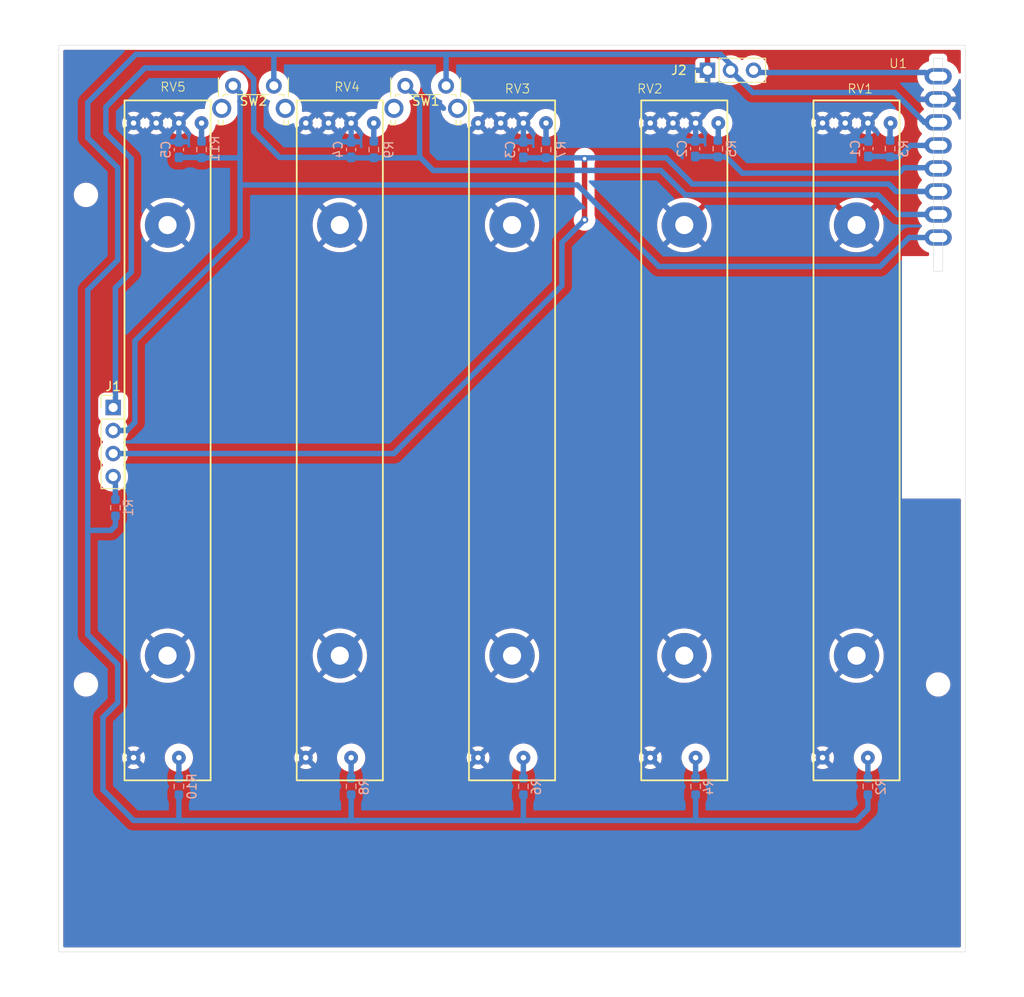
<source format=kicad_pcb>
(kicad_pcb (version 20240108) (generator "pcbnew") (generator_version "8.0")
  (layers (0 "F.Cu" signal) (31 "B.Cu" signal) (34 "B.Paste" user) (35 "F.Paste" user) (36 "B.SilkS" user "B.Silkscreen") (37 "F.SilkS" user "F.Silkscreen") (38 "B.Mask" user) (39 "F.Mask" user) (44 "Edge.Cuts" user))
  (net 0 "")
  (net 1 "/POT_3")
  (net 2 "/POT_2")
  (net 3 "Net-(J1-Pin_4)")
  (net 4 "/POT_1")
  (net 5 "+3.3V")
  (net 6 "+5V")
  (net 7 "GND")
  (net 8 "/POT_4")
  (net 9 "/POT_5")
  (net 10 "Net-(R2-Pad2)")
  (net 11 "Net-(R3-Pad1)")
  (net 12 "Net-(R4-Pad2)")
  (net 13 "Net-(R5-Pad1)")
  (net 14 "Net-(R6-Pad2)")
  (net 15 "Net-(R7-Pad1)")
  (net 16 "Net-(R8-Pad2)")
  (net 17 "Net-(R9-Pad1)")
  (net 18 "Net-(R10-Pad2)")
  (net 19 "Net-(R11-Pad1)")
  (footprint "MountingHole:MountingHole_2.2mm_M2" (layer "F.Cu") (at 53 66.5)
    (property "Reference" "REF**" (hide yes))
    (property "Value" "MountingHole_2.2mm_M2")
    (pad "" np_thru_hole circle (at 0 0) (size 2.2 2.2) (drill 2.2) (layers "*.Cu" "*.Mask"))
  )
  (footprint "Lib:ESP32-C3_SuperMini_TOP" (layer "F.Cu") (at 147 53.42 -90)
    (property "Reference" "U1" (at -1.42 4.4 0) (layer "F.SilkS") (effects (font (thickness 0.1))))
    (property "Value" "~")
    (fp_rect (start -2 -0.5) (end 21.5 0.5) (stroke (width 0.05)) (fill none) (layer "Edge.Cuts"))
    (pad "1" thru_hole oval (at 0 0 270) (size 1.8 3) (drill oval 1 2) (layers "*.Cu" "*.Mask") (net 6 "+5V"))
    (pad "2" thru_hole oval (at 2.54 0 270) (size 1.8 3) (drill oval 1 2) (layers "*.Cu" "*.Mask") (net 7 "GND"))
    (pad "3" thru_hole oval (at 5.08 0 270) (size 1.8 3) (drill oval 1 2) (layers "*.Cu" "*.Mask") (net 5 "+3.3V"))
    (pad "4" thru_hole oval (at 7.62 0 270) (size 1.8 3) (drill oval 1 2) (layers "*.Cu" "*.Mask") (net 4 "/POT_1"))
    (pad "5" thru_hole oval (at 10.16 0 270) (size 1.8 3) (drill oval 1 2) (layers "*.Cu" "*.Mask") (net 2 "/POT_2"))
    (pad "6" thru_hole oval (at 12.7 0 270) (size 1.8 3) (drill oval 1 2) (layers "*.Cu" "*.Mask") (net 1 "/POT_3"))
    (pad "7" thru_hole oval (at 15.24 0 270) (size 1.8 3) (drill oval 1 2) (layers "*.Cu" "*.Mask") (net 8 "/POT_4"))
    (pad "8" thru_hole oval (at 17.78 0 270) (size 1.8 3) (drill oval 1 2) (layers "*.Cu" "*.Mask") (net 9 "/POT_5"))
  )
  (footprint "Button_Switch_THT:SW_Tactile_SPST_Angled_PTS645Vx83-2LFS" (layer "F.Cu") (at 69.225 54.4625)
    (property "Reference" "SW2" (at 2.25 1.68 0) (layer "F.SilkS"))
    (property "Value" "SW_Push")
    (fp_line (start -1.61 -0.9) (end -1.61 1.2) (stroke (width 0.12)) (layer "F.SilkS"))
    (fp_line (start -1.61 3.8) (end -1.61 4.31) (stroke (width 0.12)) (layer "F.SilkS"))
    (fp_line (start -1.61 4.31) (end -1.09 4.31) (stroke (width 0.12)) (layer "F.SilkS"))
    (fp_line (start -1.09 0.97) (end -1.09 1.2) (stroke (width 0.12)) (layer "F.SilkS"))
    (fp_line (start -1.09 0.97) (end -0.55 0.97) (stroke (width 0.12)) (layer "F.SilkS"))
    (fp_line (start -1.09 3.8) (end -1.09 4.31) (stroke (width 0.12)) (layer "F.SilkS"))
    (fp_line (start 0.55 0.97) (end 3.95 0.97) (stroke (width 0.12)) (layer "F.SilkS"))
    (fp_line (start 5.05 0.97) (end 5.59 0.97) (stroke (width 0.12)) (layer "F.SilkS"))
    (fp_line (start 5.59 0.97) (end 5.59 1.2) (stroke (width 0.12)) (layer "F.SilkS"))
    (fp_line (start 5.59 3.8) (end 5.59 4.31) (stroke (width 0.12)) (layer "F.SilkS"))
    (fp_line (start 5.59 4.31) (end 6.11 4.31) (stroke (width 0.12)) (layer "F.SilkS"))
    (fp_line (start 6.11 -0.9) (end 6.11 1.2) (stroke (width 0.12)) (layer "F.SilkS"))
    (fp_line (start 6.11 3.8) (end 6.11 4.31) (stroke (width 0.12)) (layer "F.SilkS"))
    (pad "" thru_hole circle (at -1.25 2.49) (size 2.1 2.1) (drill 1.3) (layers "*.Cu" "*.Mask"))
    (pad "" thru_hole circle (at 5.76 2.49) (size 2.1 2.1) (drill 1.3) (layers "*.Cu" "*.Mask"))
    (pad "1" thru_hole circle (at 0 0) (size 1.75 1.75) (drill 0.99) (layers "*.Cu" "*.Mask") (net 9 "/POT_5"))
    (pad "2" thru_hole circle (at 4.5 0) (size 1.75 1.75) (drill 0.99) (layers "*.Cu" "*.Mask") (net 5 "+3.3V"))
  )
  (footprint "Button_Switch_THT:SW_Tactile_SPST_Angled_PTS645Vx83-2LFS" (layer "F.Cu") (at 88.225 54.4625)
    (property "Reference" "SW1" (at 2.25 1.68 0) (layer "F.SilkS"))
    (property "Value" "SW_Push")
    (fp_line (start -1.61 -0.9) (end -1.61 1.2) (stroke (width 0.12)) (layer "F.SilkS"))
    (fp_line (start -1.61 3.8) (end -1.61 4.31) (stroke (width 0.12)) (layer "F.SilkS"))
    (fp_line (start -1.61 4.31) (end -1.09 4.31) (stroke (width 0.12)) (layer "F.SilkS"))
    (fp_line (start -1.09 0.97) (end -1.09 1.2) (stroke (width 0.12)) (layer "F.SilkS"))
    (fp_line (start -1.09 0.97) (end -0.55 0.97) (stroke (width 0.12)) (layer "F.SilkS"))
    (fp_line (start -1.09 3.8) (end -1.09 4.31) (stroke (width 0.12)) (layer "F.SilkS"))
    (fp_line (start 0.55 0.97) (end 3.95 0.97) (stroke (width 0.12)) (layer "F.SilkS"))
    (fp_line (start 5.05 0.97) (end 5.59 0.97) (stroke (width 0.12)) (layer "F.SilkS"))
    (fp_line (start 5.59 0.97) (end 5.59 1.2) (stroke (width 0.12)) (layer "F.SilkS"))
    (fp_line (start 5.59 3.8) (end 5.59 4.31) (stroke (width 0.12)) (layer "F.SilkS"))
    (fp_line (start 5.59 4.31) (end 6.11 4.31) (stroke (width 0.12)) (layer "F.SilkS"))
    (fp_line (start 6.11 -0.9) (end 6.11 1.2) (stroke (width 0.12)) (layer "F.SilkS"))
    (fp_line (start 6.11 3.8) (end 6.11 4.31) (stroke (width 0.12)) (layer "F.SilkS"))
    (pad "" thru_hole circle (at -1.25 2.49) (size 2.1 2.1) (drill 1.3) (layers "*.Cu" "*.Mask"))
    (pad "" thru_hole circle (at 5.76 2.49) (size 2.1 2.1) (drill 1.3) (layers "*.Cu" "*.Mask"))
    (pad "1" thru_hole circle (at 0 0) (size 1.75 1.75) (drill 0.99) (layers "*.Cu" "*.Mask") (net 8 "/POT_4"))
    (pad "2" thru_hole circle (at 4.5 0) (size 1.75 1.75) (drill 0.99) (layers "*.Cu" "*.Mask") (net 5 "+3.3V"))
  )
  (footprint "Connector_PinHeader_2.54mm:PinHeader_1x04_P2.54mm_Vertical" (layer "F.Cu") (at 56 89.95)
    (property "Reference" "J1" (at 0 -2.33 0) (layer "F.SilkS"))
    (property "Value" "Conn_01x04_Socket")
    (fp_line (start -1.33 -1.33) (end 0 -1.33) (stroke (width 0.12)) (layer "F.SilkS"))
    (fp_line (start -1.33 0) (end -1.33 -1.33) (stroke (width 0.12)) (layer "F.SilkS"))
    (fp_line (start -1.33 1.27) (end -1.33 8.95) (stroke (width 0.12)) (layer "F.SilkS"))
    (fp_line (start -1.33 1.27) (end 1.33 1.27) (stroke (width 0.12)) (layer "F.SilkS"))
    (fp_line (start -1.33 8.95) (end 1.33 8.95) (stroke (width 0.12)) (layer "F.SilkS"))
    (fp_line (start 1.33 1.27) (end 1.33 8.95) (stroke (width 0.12)) (layer "F.SilkS"))
    (pad "1" thru_hole rect (at 0 0) (size 1.7 1.7) (drill 1) (layers "*.Cu" "*.Mask") (net 8 "/POT_4"))
    (pad "2" thru_hole oval (at 0 2.54) (size 1.7 1.7) (drill 1) (layers "*.Cu" "*.Mask") (net 9 "/POT_5"))
    (pad "3" thru_hole oval (at 0 5.08) (size 1.7 1.7) (drill 1) (layers "*.Cu" "*.Mask") (net 1 "/POT_3"))
    (pad "4" thru_hole oval (at 0 7.62) (size 1.7 1.7) (drill 1) (layers "*.Cu" "*.Mask") (net 3 "Net-(J1-Pin_4)"))
  )
  (footprint "Lib:potentiometer_slider_75mm" (layer "F.Cu") (at 65.75 56.075 180)
    (property "Reference" "RV5" (at 3.15 1.475 0) (layer "F.SilkS") (effects (font (thickness 0.1))))
    (property "Value" "R_Potentiometer_Dual_MountingPin")
    (fp_rect (start -1 -75) (end 8.5 0) (stroke (width 0.2)) (fill none) (layer "F.SilkS"))
    (pad "1" thru_hole circle (at 2.5 -2.5 180) (size 1.524 1.524) (drill 0.6) (layers "*.Cu" "*.Mask") (net 7 "GND"))
    (pad "2" thru_hole circle (at 0 -2.5 180) (size 1.524 1.524) (drill 0.6) (layers "*.Cu" "*.Mask") (net 19 "Net-(R11-Pad1)"))
    (pad "3" thru_hole circle (at 2.5 -72.5 180) (size 1.524 1.524) (drill 0.6) (layers "*.Cu" "*.Mask") (net 18 "Net-(R10-Pad2)"))
    (pad "4" thru_hole circle (at 7.5 -2.5 180) (size 1.524 1.524) (drill 0.6) (layers "*.Cu" "*.Mask") (net 7 "GND"))
    (pad "5" thru_hole circle (at 5 -2.5 180) (size 1.524 1.524) (drill 0.6) (layers "*.Cu" "*.Mask") (net 7 "GND"))
    (pad "6" thru_hole circle (at 7.5 -72.5 180) (size 1.524 1.524) (drill 0.6) (layers "*.Cu" "*.Mask") (net 7 "GND"))
    (pad "MP" thru_hole circle (at 3.75 -61.25 180) (size 5 5) (drill 2) (layers "*.Cu" "*.Mask") (net 7 "GND"))
    (pad "MP" thru_hole circle (at 3.75 -13.75 180) (size 5 5) (drill 2) (layers "*.Cu" "*.Mask") (net 7 "GND"))
  )
  (footprint "Lib:potentiometer_slider_75mm" (layer "F.Cu") (at 84.75 56.075 180)
    (property "Reference" "RV4" (at 2.95 1.475 0) (layer "F.SilkS") (effects (font (thickness 0.1))))
    (property "Value" "R_Potentiometer_Dual_MountingPin")
    (fp_rect (start -1 -75) (end 8.5 0) (stroke (width 0.2)) (fill none) (layer "F.SilkS"))
    (pad "1" thru_hole circle (at 2.5 -2.5 180) (size 1.524 1.524) (drill 0.6) (layers "*.Cu" "*.Mask") (net 7 "GND"))
    (pad "2" thru_hole circle (at 0 -2.5 180) (size 1.524 1.524) (drill 0.6) (layers "*.Cu" "*.Mask") (net 17 "Net-(R9-Pad1)"))
    (pad "3" thru_hole circle (at 2.5 -72.5 180) (size 1.524 1.524) (drill 0.6) (layers "*.Cu" "*.Mask") (net 16 "Net-(R8-Pad2)"))
    (pad "4" thru_hole circle (at 7.5 -2.5 180) (size 1.524 1.524) (drill 0.6) (layers "*.Cu" "*.Mask") (net 7 "GND"))
    (pad "5" thru_hole circle (at 5 -2.5 180) (size 1.524 1.524) (drill 0.6) (layers "*.Cu" "*.Mask") (net 7 "GND"))
    (pad "6" thru_hole circle (at 7.5 -72.5 180) (size 1.524 1.524) (drill 0.6) (layers "*.Cu" "*.Mask") (net 7 "GND"))
    (pad "MP" thru_hole circle (at 3.75 -61.25 180) (size 5 5) (drill 2) (layers "*.Cu" "*.Mask") (net 7 "GND"))
    (pad "MP" thru_hole circle (at 3.75 -13.75 180) (size 5 5) (drill 2) (layers "*.Cu" "*.Mask") (net 7 "GND"))
  )
  (footprint "Lib:potentiometer_slider_75mm" (layer "F.Cu") (at 103.75 56.075 180)
    (property "Reference" "RV3" (at 3.15 1.275 0) (layer "F.SilkS") (effects (font (thickness 0.1))))
    (property "Value" "R_Potentiometer_Dual_MountingPin")
    (fp_rect (start -1 -75) (end 8.5 0) (stroke (width 0.2)) (fill none) (layer "F.SilkS"))
    (pad "1" thru_hole circle (at 2.5 -2.5 180) (size 1.524 1.524) (drill 0.6) (layers "*.Cu" "*.Mask") (net 7 "GND"))
    (pad "2" thru_hole circle (at 0 -2.5 180) (size 1.524 1.524) (drill 0.6) (layers "*.Cu" "*.Mask") (net 15 "Net-(R7-Pad1)"))
    (pad "3" thru_hole circle (at 2.5 -72.5 180) (size 1.524 1.524) (drill 0.6) (layers "*.Cu" "*.Mask") (net 14 "Net-(R6-Pad2)"))
    (pad "4" thru_hole circle (at 7.5 -2.5 180) (size 1.524 1.524) (drill 0.6) (layers "*.Cu" "*.Mask") (net 7 "GND"))
    (pad "5" thru_hole circle (at 5 -2.5 180) (size 1.524 1.524) (drill 0.6) (layers "*.Cu" "*.Mask") (net 7 "GND"))
    (pad "6" thru_hole circle (at 7.5 -72.5 180) (size 1.524 1.524) (drill 0.6) (layers "*.Cu" "*.Mask") (net 7 "GND"))
    (pad "MP" thru_hole circle (at 3.75 -61.25 180) (size 5 5) (drill 2) (layers "*.Cu" "*.Mask") (net 7 "GND"))
    (pad "MP" thru_hole circle (at 3.75 -13.75 180) (size 5 5) (drill 2) (layers "*.Cu" "*.Mask") (net 7 "GND"))
  )
  (footprint "Lib:potentiometer_slider_75mm" (layer "F.Cu") (at 141.75 56.075 180)
    (property "Reference" "RV1" (at 3.35 1.275 0) (layer "F.SilkS") (effects (font (thickness 0.1))))
    (property "Value" "R_Potentiometer_Dual_MountingPin")
    (fp_rect (start -1 -75) (end 8.5 0) (stroke (width 0.2)) (fill none) (layer "F.SilkS"))
    (pad "1" thru_hole circle (at 2.5 -2.5 180) (size 1.524 1.524) (drill 0.6) (layers "*.Cu" "*.Mask") (net 7 "GND"))
    (pad "2" thru_hole circle (at 0 -2.5 180) (size 1.524 1.524) (drill 0.6) (layers "*.Cu" "*.Mask") (net 11 "Net-(R3-Pad1)"))
    (pad "3" thru_hole circle (at 2.5 -72.5 180) (size 1.524 1.524) (drill 0.6) (layers "*.Cu" "*.Mask") (net 10 "Net-(R2-Pad2)"))
    (pad "4" thru_hole circle (at 7.5 -2.5 180) (size 1.524 1.524) (drill 0.6) (layers "*.Cu" "*.Mask") (net 7 "GND"))
    (pad "5" thru_hole circle (at 5 -2.5 180) (size 1.524 1.524) (drill 0.6) (layers "*.Cu" "*.Mask") (net 7 "GND"))
    (pad "6" thru_hole circle (at 7.5 -72.5 180) (size 1.524 1.524) (drill 0.6) (layers "*.Cu" "*.Mask") (net 7 "GND"))
    (pad "MP" thru_hole circle (at 3.75 -61.25 180) (size 5 5) (drill 2) (layers "*.Cu" "*.Mask") (net 7 "GND"))
    (pad "MP" thru_hole circle (at 3.75 -13.75 180) (size 5 5) (drill 2) (layers "*.Cu" "*.Mask") (net 7 "GND"))
  )
  (footprint "Connector_PinHeader_2.54mm:PinHeader_1x03_P2.54mm_Vertical" (layer "F.Cu") (at 121.56 52.75 90)
    (property "Reference" "J2" (at 0 -3.16 180) (layer "F.SilkS"))
    (property "Value" "Conn_01x03_Socket")
    (fp_line (start -1.33 -1.33) (end 0 -1.33) (stroke (width 0.12)) (layer "F.SilkS"))
    (fp_line (start -1.33 0) (end -1.33 -1.33) (stroke (width 0.12)) (layer "F.SilkS"))
    (fp_line (start 1.33 1.27) (end 1.33 6.41) (stroke (width 0.12)) (layer "F.SilkS"))
    (fp_line (start -1.33 1.27) (end 1.33 1.27) (stroke (width 0.12)) (layer "F.SilkS"))
    (fp_line (start -1.33 1.27) (end -1.33 6.41) (stroke (width 0.12)) (layer "F.SilkS"))
    (fp_line (start -1.33 6.41) (end 1.33 6.41) (stroke (width 0.12)) (layer "F.SilkS"))
    (pad "1" thru_hole rect (at 0 0 90) (size 1.7 1.7) (drill 1) (layers "*.Cu" "*.Mask") (net 7 "GND"))
    (pad "2" thru_hole oval (at 0 2.54 90) (size 1.7 1.7) (drill 1) (layers "*.Cu" "*.Mask") (net 5 "+3.3V"))
    (pad "3" thru_hole oval (at 0 5.08 90) (size 1.7 1.7) (drill 1) (layers "*.Cu" "*.Mask") (net 6 "+5V"))
  )
  (footprint "Lib:potentiometer_slider_75mm" (layer "F.Cu") (at 122.75 56.075 180)
    (property "Reference" "RV2" (at 7.55 1.275 0) (layer "F.SilkS") (effects (font (thickness 0.1))))
    (property "Value" "R_Potentiometer_Dual_MountingPin")
    (fp_rect (start -1 -75) (end 8.5 0) (stroke (width 0.2)) (fill none) (layer "F.SilkS"))
    (pad "1" thru_hole circle (at 2.5 -2.5 180) (size 1.524 1.524) (drill 0.6) (layers "*.Cu" "*.Mask") (net 7 "GND"))
    (pad "2" thru_hole circle (at 0 -2.5 180) (size 1.524 1.524) (drill 0.6) (layers "*.Cu" "*.Mask") (net 13 "Net-(R5-Pad1)"))
    (pad "3" thru_hole circle (at 2.5 -72.5 180) (size 1.524 1.524) (drill 0.6) (layers "*.Cu" "*.Mask") (net 12 "Net-(R4-Pad2)"))
    (pad "4" thru_hole circle (at 7.5 -2.5 180) (size 1.524 1.524) (drill 0.6) (layers "*.Cu" "*.Mask") (net 7 "GND"))
    (pad "5" thru_hole circle (at 5 -2.5 180) (size 1.524 1.524) (drill 0.6) (layers "*.Cu" "*.Mask") (net 7 "GND"))
    (pad "6" thru_hole circle (at 7.5 -72.5 180) (size 1.524 1.524) (drill 0.6) (layers "*.Cu" "*.Mask") (net 7 "GND"))
    (pad "MP" thru_hole circle (at 3.75 -61.25 180) (size 5 5) (drill 2) (layers "*.Cu" "*.Mask") (net 7 "GND"))
    (pad "MP" thru_hole circle (at 3.75 -13.75 180) (size 5 5) (drill 2) (layers "*.Cu" "*.Mask") (net 7 "GND"))
  )
  (footprint "MountingHole:MountingHole_2.2mm_M2" (layer "F.Cu") (at 147 120.5)
    (property "Reference" "REF**" (hide yes))
    (property "Value" "MountingHole_2.2mm_M2")
    (pad "" np_thru_hole circle (at 0 0) (size 2.2 2.2) (drill 2.2) (layers "*.Cu" "*.Mask"))
  )
  (footprint "MountingHole:MountingHole_2.2mm_M2" (layer "F.Cu") (at 53 120.5)
    (property "Reference" "REF**" (hide yes))
    (property "Value" "MountingHole_2.2mm_M2")
    (pad "" np_thru_hole circle (at 0 0) (size 2.2 2.2) (drill 2.2) (layers "*.Cu" "*.Mask"))
  )
  (footprint "Resistor_SMD:R_0603_1608Metric_Pad0.98x0.95mm_HandSolder" (layer "B.Cu") (at 139.25 131.75 90)
    (property "Reference" "R2" (at 0 1.43 -90) (layer "B.SilkS") (effects (justify mirror)))
    (property "Value" "10k")
    (fp_line (start 0.254724 -0.5225) (end -0.254724 -0.5225) (stroke (width 0.12)) (layer "B.SilkS"))
    (fp_line (start 0.254724 0.5225) (end -0.254724 0.5225) (stroke (width 0.12)) (layer "B.SilkS"))
    (pad "1" smd roundrect (at -0.9125 0 90) (size 0.975 0.95) (layers "B.Cu" "B.Paste" "B.Mask") (net 5 "+3.3V"))
    (pad "2" smd roundrect (at 0.9125 0 90) (size 0.975 0.95) (layers "B.Cu" "B.Paste" "B.Mask") (net 10 "Net-(R2-Pad2)"))
  )
  (footprint "Capacitor_SMD:C_0603_1608Metric_Pad1.08x0.95mm_HandSolder" (layer "B.Cu") (at 101.25 61.5 -90)
    (property "Reference" "C3" (at 0 1.43 90) (layer "B.SilkS") (effects (justify mirror)))
    (property "Value" "2.2u")
    (fp_line (start 0.146267 0.51) (end -0.146267 0.51) (stroke (width 0.12)) (layer "B.SilkS"))
    (fp_line (start 0.146267 -0.51) (end -0.146267 -0.51) (stroke (width 0.12)) (layer "B.SilkS"))
    (pad "1" smd roundrect (at -0.8625 0 270) (size 1.075 0.95) (layers "B.Cu" "B.Paste" "B.Mask") (net 7 "GND"))
    (pad "2" smd roundrect (at 0.8625 0 270) (size 1.075 0.95) (layers "B.Cu" "B.Paste" "B.Mask") (net 1 "/POT_3"))
  )
  (footprint "Resistor_SMD:R_0603_1608Metric_Pad0.98x0.95mm_HandSolder" (layer "B.Cu") (at 65.75 61.5 -90)
    (property "Reference" "R11" (at -0.1 -1.45 90) (layer "B.SilkS") (effects (justify mirror)))
    (property "Value" "10k")
    (fp_line (start 0.254724 0.5225) (end -0.254724 0.5225) (stroke (width 0.12)) (layer "B.SilkS"))
    (fp_line (start 0.254724 -0.5225) (end -0.254724 -0.5225) (stroke (width 0.12)) (layer "B.SilkS"))
    (pad "1" smd roundrect (at -0.9125 0 270) (size 0.975 0.95) (layers "B.Cu" "B.Paste" "B.Mask") (net 19 "Net-(R11-Pad1)"))
    (pad "2" smd roundrect (at 0.9125 0 270) (size 0.975 0.95) (layers "B.Cu" "B.Paste" "B.Mask") (net 9 "/POT_5"))
  )
  (footprint "Capacitor_SMD:C_0603_1608Metric_Pad1.08x0.95mm_HandSolder" (layer "B.Cu") (at 120.2 61.4 -90)
    (property "Reference" "C2" (at 0 1.43 90) (layer "B.SilkS") (effects (justify mirror)))
    (property "Value" "2.2u")
    (fp_line (start 0.146267 0.51) (end -0.146267 0.51) (stroke (width 0.12)) (layer "B.SilkS"))
    (fp_line (start 0.146267 -0.51) (end -0.146267 -0.51) (stroke (width 0.12)) (layer "B.SilkS"))
    (pad "1" smd roundrect (at -0.8625 0 270) (size 1.075 0.95) (layers "B.Cu" "B.Paste" "B.Mask") (net 7 "GND"))
    (pad "2" smd roundrect (at 0.8625 0 270) (size 1.075 0.95) (layers "B.Cu" "B.Paste" "B.Mask") (net 2 "/POT_2"))
  )
  (footprint "Capacitor_SMD:C_0603_1608Metric_Pad1.08x0.95mm_HandSolder" (layer "B.Cu") (at 63.25 61.5 -90)
    (property "Reference" "C5" (at 0 1.43 90) (layer "B.SilkS") (effects (justify mirror)))
    (property "Value" "2.2u")
    (fp_line (start 0.146267 0.51) (end -0.146267 0.51) (stroke (width 0.12)) (layer "B.SilkS"))
    (fp_line (start 0.146267 -0.51) (end -0.146267 -0.51) (stroke (width 0.12)) (layer "B.SilkS"))
    (pad "1" smd roundrect (at -0.8625 0 270) (size 1.075 0.95) (layers "B.Cu" "B.Paste" "B.Mask") (net 7 "GND"))
    (pad "2" smd roundrect (at 0.8625 0 270) (size 1.075 0.95) (layers "B.Cu" "B.Paste" "B.Mask") (net 9 "/POT_5"))
  )
  (footprint "Resistor_SMD:R_0603_1608Metric_Pad0.98x0.95mm_HandSolder" (layer "B.Cu") (at 56.25 101 90)
    (property "Reference" "R1" (at 0 1.43 -90) (layer "B.SilkS") (effects (justify mirror)))
    (property "Value" "1k")
    (fp_line (start 0.254724 -0.5225) (end -0.254724 -0.5225) (stroke (width 0.12)) (layer "B.SilkS"))
    (fp_line (start 0.254724 0.5225) (end -0.254724 0.5225) (stroke (width 0.12)) (layer "B.SilkS"))
    (pad "1" smd roundrect (at -0.9125 0 90) (size 0.975 0.95) (layers "B.Cu" "B.Paste" "B.Mask") (net 5 "+3.3V"))
    (pad "2" smd roundrect (at 0.9125 0 90) (size 0.975 0.95) (layers "B.Cu" "B.Paste" "B.Mask") (net 3 "Net-(J1-Pin_4)"))
  )
  (footprint "Resistor_SMD:R_0603_1608Metric_Pad0.98x0.95mm_HandSolder" (layer "B.Cu") (at 82.25 131.75 90)
    (property "Reference" "R8" (at 0 1.43 -90) (layer "B.SilkS") (effects (justify mirror)))
    (property "Value" "10k")
    (fp_line (start 0.254724 -0.5225) (end -0.254724 -0.5225) (stroke (width 0.12)) (layer "B.SilkS"))
    (fp_line (start 0.254724 0.5225) (end -0.254724 0.5225) (stroke (width 0.12)) (layer "B.SilkS"))
    (pad "1" smd roundrect (at -0.9125 0 90) (size 0.975 0.95) (layers "B.Cu" "B.Paste" "B.Mask") (net 5 "+3.3V"))
    (pad "2" smd roundrect (at 0.9125 0 90) (size 0.975 0.95) (layers "B.Cu" "B.Paste" "B.Mask") (net 16 "Net-(R8-Pad2)"))
  )
  (footprint "Resistor_SMD:R_0603_1608Metric_Pad0.98x0.95mm_HandSolder" (layer "B.Cu") (at 141.7 61.4 -90)
    (property "Reference" "R3" (at 0 -1.5 90) (layer "B.SilkS") (effects (justify mirror)))
    (property "Value" "10k")
    (fp_line (start 0.254724 0.5225) (end -0.254724 0.5225) (stroke (width 0.12)) (layer "B.SilkS"))
    (fp_line (start 0.254724 -0.5225) (end -0.254724 -0.5225) (stroke (width 0.12)) (layer "B.SilkS"))
    (pad "1" smd roundrect (at -0.9125 0 270) (size 0.975 0.95) (layers "B.Cu" "B.Paste" "B.Mask") (net 11 "Net-(R3-Pad1)"))
    (pad "2" smd roundrect (at 0.9125 0 270) (size 0.975 0.95) (layers "B.Cu" "B.Paste" "B.Mask") (net 4 "/POT_1"))
  )
  (footprint "Resistor_SMD:R_0603_1608Metric_Pad0.98x0.95mm_HandSolder" (layer "B.Cu") (at 120.25 131.75 90)
    (property "Reference" "R4" (at 0 1.43 -90) (layer "B.SilkS") (effects (justify mirror)))
    (property "Value" "10k")
    (fp_line (start 0.254724 -0.5225) (end -0.254724 -0.5225) (stroke (width 0.12)) (layer "B.SilkS"))
    (fp_line (start 0.254724 0.5225) (end -0.254724 0.5225) (stroke (width 0.12)) (layer "B.SilkS"))
    (pad "1" smd roundrect (at -0.9125 0 90) (size 0.975 0.95) (layers "B.Cu" "B.Paste" "B.Mask") (net 5 "+3.3V"))
    (pad "2" smd roundrect (at 0.9125 0 90) (size 0.975 0.95) (layers "B.Cu" "B.Paste" "B.Mask") (net 12 "Net-(R4-Pad2)"))
  )
  (footprint "Capacitor_SMD:C_0603_1608Metric_Pad1.08x0.95mm_HandSolder" (layer "B.Cu") (at 82.25 61.5 -90)
    (property "Reference" "C4" (at 0 1.43 90) (layer "B.SilkS") (effects (justify mirror)))
    (property "Value" "2.2u")
    (fp_line (start 0.146267 0.51) (end -0.146267 0.51) (stroke (width 0.12)) (layer "B.SilkS"))
    (fp_line (start 0.146267 -0.51) (end -0.146267 -0.51) (stroke (width 0.12)) (layer "B.SilkS"))
    (pad "1" smd roundrect (at -0.8625 0 270) (size 1.075 0.95) (layers "B.Cu" "B.Paste" "B.Mask") (net 7 "GND"))
    (pad "2" smd roundrect (at 0.8625 0 270) (size 1.075 0.95) (layers "B.Cu" "B.Paste" "B.Mask") (net 8 "/POT_4"))
  )
  (footprint "Resistor_SMD:R_0603_1608Metric_Pad0.98x0.95mm_HandSolder" (layer "B.Cu") (at 84.75 61.5 -90)
    (property "Reference" "R9" (at 0 -1.65 90) (layer "B.SilkS") (effects (justify mirror)))
    (property "Value" "10k")
    (fp_line (start 0.254724 0.5225) (end -0.254724 0.5225) (stroke (width 0.12)) (layer "B.SilkS"))
    (fp_line (start 0.254724 -0.5225) (end -0.254724 -0.5225) (stroke (width 0.12)) (layer "B.SilkS"))
    (pad "1" smd roundrect (at -0.9125 0 270) (size 0.975 0.95) (layers "B.Cu" "B.Paste" "B.Mask") (net 17 "Net-(R9-Pad1)"))
    (pad "2" smd roundrect (at 0.9125 0 270) (size 0.975 0.95) (layers "B.Cu" "B.Paste" "B.Mask") (net 8 "/POT_4"))
  )
  (footprint "Resistor_SMD:R_0603_1608Metric_Pad0.98x0.95mm_HandSolder" (layer "B.Cu") (at 122.7 61.4 -90)
    (property "Reference" "R5" (at 0 -1.5 90) (layer "B.SilkS") (effects (justify mirror)))
    (property "Value" "10k")
    (fp_line (start 0.254724 0.5225) (end -0.254724 0.5225) (stroke (width 0.12)) (layer "B.SilkS"))
    (fp_line (start 0.254724 -0.5225) (end -0.254724 -0.5225) (stroke (width 0.12)) (layer "B.SilkS"))
    (pad "1" smd roundrect (at -0.9125 0 270) (size 0.975 0.95) (layers "B.Cu" "B.Paste" "B.Mask") (net 13 "Net-(R5-Pad1)"))
    (pad "2" smd roundrect (at 0.9125 0 270) (size 0.975 0.95) (layers "B.Cu" "B.Paste" "B.Mask") (net 2 "/POT_2"))
  )
  (footprint "Resistor_SMD:R_0603_1608Metric_Pad0.98x0.95mm_HandSolder" (layer "B.Cu") (at 103.75 61.5 -90)
    (property "Reference" "R7" (at 0 -1.65 90) (layer "B.SilkS") (effects (justify mirror)))
    (property "Value" "10k")
    (fp_line (start 0.254724 0.5225) (end -0.254724 0.5225) (stroke (width 0.12)) (layer "B.SilkS"))
    (fp_line (start 0.254724 -0.5225) (end -0.254724 -0.5225) (stroke (width 0.12)) (layer "B.SilkS"))
    (pad "1" smd roundrect (at -0.9125 0 270) (size 0.975 0.95) (layers "B.Cu" "B.Paste" "B.Mask") (net 15 "Net-(R7-Pad1)"))
    (pad "2" smd roundrect (at 0.9125 0 270) (size 0.975 0.95) (layers "B.Cu" "B.Paste" "B.Mask") (net 1 "/POT_3"))
  )
  (footprint "Resistor_SMD:R_0603_1608Metric_Pad0.98x0.95mm_HandSolder" (layer "B.Cu") (at 101.25 131.75 90)
    (property "Reference" "R6" (at 0 1.43 -90) (layer "B.SilkS") (effects (justify mirror)))
    (property "Value" "10k")
    (fp_line (start 0.254724 -0.5225) (end -0.254724 -0.5225) (stroke (width 0.12)) (layer "B.SilkS"))
    (fp_line (start 0.254724 0.5225) (end -0.254724 0.5225) (stroke (width 0.12)) (layer "B.SilkS"))
    (pad "1" smd roundrect (at -0.9125 0 90) (size 0.975 0.95) (layers "B.Cu" "B.Paste" "B.Mask") (net 5 "+3.3V"))
    (pad "2" smd roundrect (at 0.9125 0 90) (size 0.975 0.95) (layers "B.Cu" "B.Paste" "B.Mask") (net 14 "Net-(R6-Pad2)"))
  )
  (footprint "Capacitor_SMD:C_0603_1608Metric_Pad1.08x0.95mm_HandSolder" (layer "B.Cu") (at 139.3 61.4 -90)
    (property "Reference" "C1" (at 0 1.43 90) (layer "B.SilkS") (effects (justify mirror)))
    (property "Value" "2.2u")
    (fp_line (start 0.146267 0.51) (end -0.146267 0.51) (stroke (width 0.12)) (layer "B.SilkS"))
    (fp_line (start 0.146267 -0.51) (end -0.146267 -0.51) (stroke (width 0.12)) (layer "B.SilkS"))
    (pad "1" smd roundrect (at -0.8625 0 270) (size 1.075 0.95) (layers "B.Cu" "B.Paste" "B.Mask") (net 7 "GND"))
    (pad "2" smd roundrect (at 0.8625 0 270) (size 1.075 0.95) (layers "B.Cu" "B.Paste" "B.Mask") (net 4 "/POT_1"))
  )
  (footprint "Resistor_SMD:R_0603_1608Metric_Pad0.98x0.95mm_HandSolder" (layer "B.Cu") (at 63.25 131.75 90)
    (property "Reference" "R10" (at 0 1.43 -90) (layer "B.SilkS") (effects (justify mirror)))
    (property "Value" "10k")
    (fp_line (start 0.254724 -0.5225) (end -0.254724 -0.5225) (stroke (width 0.12)) (layer "B.SilkS"))
    (fp_line (start 0.254724 0.5225) (end -0.254724 0.5225) (stroke (width 0.12)) (layer "B.SilkS"))
    (pad "1" smd roundrect (at -0.9125 0 90) (size 0.975 0.95) (layers "B.Cu" "B.Paste" "B.Mask") (net 5 "+3.3V"))
    (pad "2" smd roundrect (at 0.9125 0 90) (size 0.975 0.95) (layers "B.Cu" "B.Paste" "B.Mask") (net 18 "Net-(R10-Pad2)"))
  )
  (gr_rect (start 50 50) (end 150 150) (stroke (width 0.05)) (fill none) (layer "Edge.Cuts"))
  (segment (start 108 69.25) (end 108 62.5) (width 0.6) (layer "F.Cu") (net 1))
  (via blind (at 108 62.5) (size 0.8) (drill 0.4) (layers "F.Cu" "B.Cu") (net 1))
  (via (at 108 69.25) (size 0.8) (drill 0.4) (layers "F.Cu" "B.Cu") (net 1))
  (segment (start 142.37 66.12) (end 145.7 66.12) (width 0.6) (layer "B.Cu") (net 1))
  (segment (start 141.55 65.3) (end 142.37 66.12) (width 0.6) (layer "B.Cu") (net 1))
  (segment (start 116.7875 62.4125) (end 116.8 62.4) (width 0.6) (layer "B.Cu") (net 1))
  (segment (start 105.5 71.75) (end 108 69.25) (width 0.6) (layer "B.Cu") (net 1))
  (segment (start 86.97 95.03) (end 105.5 76.5) (width 0.6) (layer "B.Cu") (net 1))
  (segment (start 103.75 62.4125) (end 101.3 62.4125) (width 0.6) (layer "B.Cu") (net 1))
  (segment (start 119.9 65.3) (end 141.55 65.3) (width 0.6) (layer "B.Cu") (net 1))
  (segment (start 101.3 62.4125) (end 101.25 62.3625) (width 0.6) (layer "B.Cu") (net 1))
  (segment (start 117 62.4) (end 119.9 65.3) (width 0.6) (layer "B.Cu") (net 1))
  (segment (start 56.25 95.03) (end 86.97 95.03) (width 0.6) (layer "B.Cu") (net 1))
  (segment (start 116.8 62.4) (end 117 62.4) (width 0.6) (layer "B.Cu") (net 1))
  (segment (start 105.5 76.5) (end 105.5 71.75) (width 0.6) (layer "B.Cu") (net 1))
  (segment (start 103.75 62.4125) (end 116.7875 62.4125) (width 0.6) (layer "B.Cu") (net 1))
  (segment (start 143.25 63.5) (end 145.7 63.5) (width 0.6) (layer "B.Cu") (net 2))
  (segment (start 122.7 62.3125) (end 123.6125 62.3125) (width 0.6) (layer "B.Cu") (net 2))
  (segment (start 120.2 62.2625) (end 122.65 62.2625) (width 0.6) (layer "B.Cu") (net 2))
  (segment (start 125.4 64.1) (end 142.65 64.1) (width 0.6) (layer "B.Cu") (net 2))
  (segment (start 123.6125 62.3125) (end 125.4 64.1) (width 0.6) (layer "B.Cu") (net 2))
  (segment (start 145.7 63.5) (end 145.7 63.58) (width 0.6) (layer "B.Cu") (net 2))
  (segment (start 142.65 64.1) (end 143.25 63.5) (width 0.6) (layer "B.Cu") (net 2))
  (segment (start 122.65 62.2625) (end 122.7 62.3125) (width 0.6) (layer "B.Cu") (net 2))
  (segment (start 56.25 100.0875) (end 56.25 97.57) (width 0.6) (layer "B.Cu") (net 3))
  (segment (start 141.7 62.3125) (end 142.6875 62.3125) (width 0.6) (layer "B.Cu") (net 4))
  (segment (start 141.65 62.2625) (end 141.7 62.3125) (width 0.6) (layer "B.Cu") (net 4))
  (segment (start 143.96 61.04) (end 145.7 61.04) (width 0.6) (layer "B.Cu") (net 4))
  (segment (start 142.6875 62.3125) (end 143.96 61.04) (width 0.6) (layer "B.Cu") (net 4))
  (segment (start 139.3 62.2625) (end 141.65 62.2625) (width 0.6) (layer "B.Cu") (net 4))
  (segment (start 120.25 132.6625) (end 120.25 135.5) (width 0.6) (layer "B.Cu") (net 5))
  (segment (start 54.875 132.125) (end 58.25 135.5) (width 0.6) (layer "B.Cu") (net 5))
  (segment (start 56.25 101.9125) (end 56.25 103) (width 0.6) (layer "B.Cu") (net 5))
  (segment (start 58.5 51) (end 53.2 56.3) (width 0.6) (layer "B.Cu") (net 5))
  (segment (start 56.5 122.5) (end 54.875 124.125) (width 0.6) (layer "B.Cu") (net 5))
  (segment (start 56.5 118.3) (end 56.5 122.5) (width 0.6) (layer "B.Cu") (net 5))
  (segment (start 126.55 55.2) (end 142.2 55.2) (width 0.6) (layer "B.Cu") (net 5))
  (segment (start 53.2 77) (end 53.2 103.5) (width 0.6) (layer "B.Cu") (net 5))
  (segment (start 53.2 103.5) (end 53.2 115) (width 0.6) (layer "B.Cu") (net 5))
  (segment (start 53.2 115) (end 56.5 118.3) (width 0.6) (layer "B.Cu") (net 5))
  (segment (start 63.25 132.6625) (end 63.25 135.5) (width 0.6) (layer "B.Cu") (net 5))
  (segment (start 92.725 51) (end 92.725 54.4625) (width 0.6) (layer "B.Cu") (net 5))
  (segment (start 82.25 132.6625) (end 82.25 135.5) (width 0.6) (layer "B.Cu") (net 5))
  (segment (start 101.25 135.5) (end 120.25 135.5) (width 0.6) (layer "B.Cu") (net 5))
  (segment (start 54.875 124.125) (end 54.875 132.125) (width 0.6) (layer "B.Cu") (net 5))
  (segment (start 124.1 52.75) (end 124.1 52.1) (width 0.6) (layer "B.Cu") (net 5))
  (segment (start 73.8 51) (end 96.1875 51) (width 0.6) (layer "B.Cu") (net 5))
  (segment (start 55.75 103.5) (end 53.2 103.5) (width 0.6) (layer "B.Cu") (net 5))
  (segment (start 53.2 60.2) (end 56.5 63.5) (width 0.6) (layer "B.Cu") (net 5))
  (segment (start 53.2 56.3) (end 53.2 60.2) (width 0.6) (layer "B.Cu") (net 5))
  (segment (start 82.25 135.5) (end 101.25 135.5) (width 0.6) (layer "B.Cu") (net 5))
  (segment (start 142.2 55.2) (end 145.5 58.5) (width 0.6) (layer "B.Cu") (net 5))
  (segment (start 73.725 54.4625) (end 73.725 51.075) (width 0.6) (layer "B.Cu") (net 5))
  (segment (start 73.8 51) (end 58.5 51) (width 0.6) (layer "B.Cu") (net 5))
  (segment (start 120.25 135.5) (end 138 135.5) (width 0.6) (layer "B.Cu") (net 5))
  (segment (start 56.25 103) (end 55.75 103.5) (width 0.6) (layer "B.Cu") (net 5))
  (segment (start 124.1 52.1) (end 123 51) (width 0.6) (layer "B.Cu") (net 5))
  (segment (start 138 135.5) (end 139.25 134.25) (width 0.6) (layer "B.Cu") (net 5))
  (segment (start 139.25 134.25) (end 139.25 132.6625) (width 0.6) (layer "B.Cu") (net 5))
  (segment (start 63.25 135.5) (end 82.25 135.5) (width 0.6) (layer "B.Cu") (net 5))
  (segment (start 123 51) (end 96.1875 51) (width 0.6) (layer "B.Cu") (net 5))
  (segment (start 101.25 132.6625) (end 101.25 135.5) (width 0.6) (layer "B.Cu") (net 5))
  (segment (start 96.1875 51) (end 92.725 51) (width 0.6) (layer "B.Cu") (net 5))
  (segment (start 58.25 135.5) (end 63.25 135.5) (width 0.6) (layer "B.Cu") (net 5))
  (segment (start 56.5 63.5) (end 56.5 73.7) (width 0.6) (layer "B.Cu") (net 5))
  (segment (start 73.725 51.075) (end 73.8 51) (width 0.6) (layer "B.Cu") (net 5))
  (segment (start 56.5 73.7) (end 53.2 77) (width 0.6) (layer "B.Cu") (net 5))
  (segment (start 124.1 52.75) (end 126.55 55.2) (width 0.6) (layer "B.Cu") (net 5))
  (segment (start 145.5 58.5) (end 145.7 58.5) (width 0.6) (layer "B.Cu") (net 5))
  (segment (start 145.6 53) (end 145.7 53.1) (width 0.6) (layer "B.Cu") (net 6))
  (segment (start 126.64 52.3) (end 127.34 53) (width 0.6) (layer "B.Cu") (net 6))
  (segment (start 127.34 53) (end 145.6 53) (width 0.6) (layer "B.Cu") (net 6))
  (segment (start 120.25 60.4875) (end 120.2 60.5375) (width 0.6) (layer "B.Cu") (net 7))
  (segment (start 86.4 52.5) (end 83.8725 55.0275) (width 0.6) (layer "B.Cu") (net 7))
  (segment (start 90.4 54.923134) (end 90.4 53.6) (width 0.6) (layer "B.Cu") (net 7))
  (segment (start 89.3 52.5) (end 86.4 52.5) (width 0.6) (layer "B.Cu") (net 7))
  (segment (start 120.25 58.575) (end 120.25 60.4875) (width 0.6) (layer "B.Cu") (net 7))
  (segment (start 92.429366 56.9525) (end 90.4 54.923134) (width 0.6) (layer "B.Cu") (net 7))
  (segment (start 83.8725 55.0275) (end 83.8725 56.9525) (width 0.6) (layer "B.Cu") (net 7))
  (segment (start 101.25 58.575) (end 101.25 60.6375) (width 0.6) (layer "B.Cu") (net 7))
  (segment (start 139.3 58.625) (end 139.25 58.575) (width 0.6) (layer "B.Cu") (net 7))
  (segment (start 83.8725 56.9525) (end 82.25 58.575) (width 0.6) (layer "B.Cu") (net 7))
  (segment (start 64.8725 56.9525) (end 63.25 58.575) (width 0.6) (layer "B.Cu") (net 7))
  (segment (start 139.3 60.5375) (end 139.3 58.625) (width 0.6) (layer "B.Cu") (net 7))
  (segment (start 82.25 58.575) (end 82.25 60.6375) (width 0.6) (layer "B.Cu") (net 7))
  (segment (start 63.25 58.575) (end 63.25 60.6375) (width 0.6) (layer "B.Cu") (net 7))
  (segment (start 90.4 53.6) (end 89.3 52.5) (width 0.6) (layer "B.Cu") (net 7))
  (segment (start 55.2 59.7) (end 55.2 56.8) (width 0.6) (layer "B.Cu") (net 8))
  (segment (start 140.375 66.5) (end 142.535 68.66) (width 0.6) (layer "B.Cu") (net 8))
  (segment (start 56.25 89.95) (end 56.25 76.75) (width 0.6) (layer "B.Cu") (net 8))
  (segment (start 70.3 52.5) (end 71.5 53.7) (width 0.6) (layer "B.Cu") (net 8))
  (segment (start 84.75 62.4125) (end 89.9125 62.4125) (width 0.6) (layer "B.Cu") (net 8))
  (segment (start 142.535 68.66) (end 145.7 68.66) (width 0.6) (layer "B.Cu") (net 8))
  (segment (start 71.5 53.7) (end 71.5 59.5) (width 0.6) (layer "B.Cu") (net 8))
  (segment (start 59.5 52.5) (end 70.3 52.5) (width 0.6) (layer "B.Cu") (net 8))
  (segment (start 91.3 63.8) (end 116.4 63.8) (width 0.6) (layer "B.Cu") (net 8))
  (segment (start 82.3 62.4125) (end 82.25 62.3625) (width 0.6) (layer "B.Cu") (net 8))
  (segment (start 89.8 56.0375) (end 89.8 62.3125) (width 0.6) (layer "B.Cu") (net 8))
  (segment (start 119.1 66.5) (end 140.375 66.5) (width 0.6) (layer "B.Cu") (net 8))
  (segment (start 56.25 76.75) (end 58 75) (width 0.6) (layer "B.Cu") (net 8))
  (segment (start 84.75 62.4125) (end 82.3 62.4125) (width 0.6) (layer "B.Cu") (net 8))
  (segment (start 71.5 59.5) (end 74.3625 62.3625) (width 0.6) (layer "B.Cu") (net 8))
  (segment (start 89.9125 62.4125) (end 91.3 63.8) (width 0.6) (layer "B.Cu") (net 8))
  (segment (start 116.4 63.8) (end 119.1 66.5) (width 0.6) (layer "B.Cu") (net 8))
  (segment (start 88.225 54.4625) (end 89.8 56.0375) (width 0.6) (layer "B.Cu") (net 8))
  (segment (start 58 75) (end 58 62.5) (width 0.6) (layer "B.Cu") (net 8))
  (segment (start 55.2 56.8) (end 59.5 52.5) (width 0.6) (layer "B.Cu") (net 8))
  (segment (start 58 62.5) (end 55.2 59.7) (width 0.6) (layer "B.Cu") (net 8))
  (segment (start 74.3625 62.3625) (end 82.25 62.3625) (width 0.6) (layer "B.Cu") (net 8))
  (segment (start 140.6 74.4) (end 143.8 71.2) (width 0.6) (layer "B.Cu") (net 9))
  (segment (start 69.9875 62.4125) (end 70 62.4) (width 0.6) (layer "B.Cu") (net 9))
  (segment (start 69.225 54.4625) (end 70 55.2375) (width 0.6) (layer "B.Cu") (net 9))
  (segment (start 65.7 62.3625) (end 65.75 62.4125) (width 0.6) (layer "B.Cu") (net 9))
  (segment (start 70 65.4) (end 107.2 65.4) (width 0.6) (layer "B.Cu") (net 9))
  (segment (start 143.8 71.2) (end 145.7 71.2) (width 0.6) (layer "B.Cu") (net 9))
  (segment (start 65.75 62.4125) (end 69.9875 62.4125) (width 0.6) (layer "B.Cu") (net 9))
  (segment (start 58.4 82.6) (end 70 71) (width 0.6) (layer "B.Cu") (net 9))
  (segment (start 107.2 65.4) (end 116.2 74.4) (width 0.6) (layer "B.Cu") (net 9))
  (segment (start 70 55.2375) (end 70 62.4) (width 0.6) (layer "B.Cu") (net 9))
  (segment (start 56.25 92.49) (end 57.51 92.49) (width 0.6) (layer "B.Cu") (net 9))
  (segment (start 57.51 92.49) (end 58.4 91.6) (width 0.6) (layer "B.Cu") (net 9))
  (segment (start 58.4 91.6) (end 58.4 82.6) (width 0.6) (layer "B.Cu") (net 9))
  (segment (start 116.2 74.4) (end 140.6 74.4) (width 0.6) (layer "B.Cu") (net 9))
  (segment (start 70 71) (end 70 65.4) (width 0.6) (layer "B.Cu") (net 9))
  (segment (start 70 65.4) (end 70 62.4) (width 0.6) (layer "B.Cu") (net 9))
  (segment (start 63.25 62.3625) (end 65.7 62.3625) (width 0.6) (layer "B.Cu") (net 9))
  (segment (start 139.25 130.8375) (end 139.25 128.575) (width 0.6) (layer "B.Cu") (net 10))
  (segment (start 141.7 60.4875) (end 141.7 58.625) (width 0.6) (layer "B.Cu") (net 11))
  (segment (start 141.7 58.625) (end 141.75 58.575) (width 0.6) (layer "B.Cu") (net 11))
  (segment (start 120.25 130.8375) (end 120.25 128.575) (width 0.6) (layer "B.Cu") (net 12))
  (segment (start 122.75 58.575) (end 122.75 60.4375) (width 0.6) (layer "B.Cu") (net 13))
  (segment (start 122.75 60.4375) (end 122.7 60.4875) (width 0.6) (layer "B.Cu") (net 13))
  (segment (start 101.25 130.8375) (end 101.25 128.575) (width 0.6) (layer "B.Cu") (net 14))
  (segment (start 103.75 60.5875) (end 103.75 58.575) (width 0.6) (layer "B.Cu") (net 15))
  (segment (start 82.25 130.8375) (end 82.25 128.575) (width 0.6) (layer "B.Cu") (net 16))
  (segment (start 84.75 60.5875) (end 84.75 59.375) (width 0.6) (layer "B.Cu") (net 17))
  (segment (start 63.25 130.8375) (end 63.25 128.575) (width 0.6) (layer "B.Cu") (net 18))
  (segment (start 65.75 60.5875) (end 65.75 59.375) (width 0.6) (layer "B.Cu") (net 19))
  (zone (net 0) (net_name "") (layers "F&B.Cu") (connect_pads (clearance 0)) (min_thickness 0.25)
    (keepout (tracks not_allowed) (vias not_allowed) (pads not_allowed) (copperpour not_allowed) (footprints allowed))
    (fill (thermal_gap 0.5) (thermal_bridge_width 0.5))
    (polygon (pts (xy 155 73.25) (xy 143 73.25) (xy 143 100) (xy 143 100) (xy 155 100)))
  )
  (zone (net 7) (net_name "GND") (layers "F&B.Cu") (connect_pads (clearance 0.8)) (min_thickness 0.25) (fill yes (thermal_gap 0.5) (thermal_bridge_width 0.6))
    (polygon (pts (xy 45 45) (xy 45 153.9) (xy 155 155) (xy 155 45)))
  )
)
</source>
